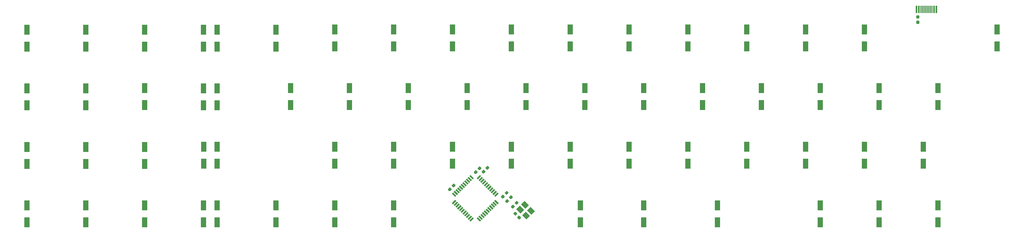
<source format=gbr>
G04 #@! TF.GenerationSoftware,KiCad,Pcbnew,5.0.2+dfsg1-1*
G04 #@! TF.CreationDate,2020-05-11T02:21:25-07:00*
G04 #@! TF.ProjectId,keyboard,6b657962-6f61-4726-942e-6b696361645f,rev?*
G04 #@! TF.SameCoordinates,Original*
G04 #@! TF.FileFunction,Paste,Bot*
G04 #@! TF.FilePolarity,Positive*
%FSLAX46Y46*%
G04 Gerber Fmt 4.6, Leading zero omitted, Abs format (unit mm)*
G04 Created by KiCad (PCBNEW 5.0.2+dfsg1-1) date Mon 11 May 2020 02:21:25 AM PDT*
%MOMM*%
%LPD*%
G01*
G04 APERTURE LIST*
%ADD10R,0.300000X2.450000*%
%ADD11R,0.600000X2.450000*%
%ADD12C,0.100000*%
%ADD13C,0.950000*%
%ADD14R,1.700000X3.300000*%
%ADD15C,0.550000*%
%ADD16C,1.650000*%
G04 APERTURE END LIST*
D10*
G04 #@! TO.C,USB1*
X286516000Y-70425000D03*
X287016000Y-70425000D03*
X287516000Y-70425000D03*
X286016000Y-70425000D03*
X288016000Y-70425000D03*
X285516000Y-70425000D03*
X288516000Y-70425000D03*
X285016000Y-70425000D03*
D11*
X284316000Y-70425000D03*
X289216000Y-70425000D03*
X283541000Y-70425000D03*
X289991000Y-70425000D03*
G04 #@! TD*
D12*
G04 #@! TO.C,C6*
G36*
X140917916Y-122693131D02*
X140940971Y-122696550D01*
X140963580Y-122702214D01*
X140985524Y-122710066D01*
X141006594Y-122720031D01*
X141026585Y-122732013D01*
X141045305Y-122745897D01*
X141062575Y-122761549D01*
X141398451Y-123097425D01*
X141414103Y-123114695D01*
X141427987Y-123133415D01*
X141439969Y-123153406D01*
X141449934Y-123174476D01*
X141457786Y-123196420D01*
X141463450Y-123219029D01*
X141466869Y-123242084D01*
X141468013Y-123265363D01*
X141466869Y-123288642D01*
X141463450Y-123311697D01*
X141457786Y-123334306D01*
X141449934Y-123356250D01*
X141439969Y-123377320D01*
X141427987Y-123397311D01*
X141414103Y-123416031D01*
X141398451Y-123433301D01*
X140991865Y-123839887D01*
X140974595Y-123855539D01*
X140955875Y-123869423D01*
X140935884Y-123881405D01*
X140914814Y-123891370D01*
X140892870Y-123899222D01*
X140870261Y-123904886D01*
X140847206Y-123908305D01*
X140823927Y-123909449D01*
X140800648Y-123908305D01*
X140777593Y-123904886D01*
X140754984Y-123899222D01*
X140733040Y-123891370D01*
X140711970Y-123881405D01*
X140691979Y-123869423D01*
X140673259Y-123855539D01*
X140655989Y-123839887D01*
X140320113Y-123504011D01*
X140304461Y-123486741D01*
X140290577Y-123468021D01*
X140278595Y-123448030D01*
X140268630Y-123426960D01*
X140260778Y-123405016D01*
X140255114Y-123382407D01*
X140251695Y-123359352D01*
X140250551Y-123336073D01*
X140251695Y-123312794D01*
X140255114Y-123289739D01*
X140260778Y-123267130D01*
X140268630Y-123245186D01*
X140278595Y-123224116D01*
X140290577Y-123204125D01*
X140304461Y-123185405D01*
X140320113Y-123168135D01*
X140726699Y-122761549D01*
X140743969Y-122745897D01*
X140762689Y-122732013D01*
X140782680Y-122720031D01*
X140803750Y-122710066D01*
X140825694Y-122702214D01*
X140848303Y-122696550D01*
X140871358Y-122693131D01*
X140894637Y-122691987D01*
X140917916Y-122693131D01*
X140917916Y-122693131D01*
G37*
D13*
X140859282Y-123300718D03*
D12*
G36*
X142155352Y-121455695D02*
X142178407Y-121459114D01*
X142201016Y-121464778D01*
X142222960Y-121472630D01*
X142244030Y-121482595D01*
X142264021Y-121494577D01*
X142282741Y-121508461D01*
X142300011Y-121524113D01*
X142635887Y-121859989D01*
X142651539Y-121877259D01*
X142665423Y-121895979D01*
X142677405Y-121915970D01*
X142687370Y-121937040D01*
X142695222Y-121958984D01*
X142700886Y-121981593D01*
X142704305Y-122004648D01*
X142705449Y-122027927D01*
X142704305Y-122051206D01*
X142700886Y-122074261D01*
X142695222Y-122096870D01*
X142687370Y-122118814D01*
X142677405Y-122139884D01*
X142665423Y-122159875D01*
X142651539Y-122178595D01*
X142635887Y-122195865D01*
X142229301Y-122602451D01*
X142212031Y-122618103D01*
X142193311Y-122631987D01*
X142173320Y-122643969D01*
X142152250Y-122653934D01*
X142130306Y-122661786D01*
X142107697Y-122667450D01*
X142084642Y-122670869D01*
X142061363Y-122672013D01*
X142038084Y-122670869D01*
X142015029Y-122667450D01*
X141992420Y-122661786D01*
X141970476Y-122653934D01*
X141949406Y-122643969D01*
X141929415Y-122631987D01*
X141910695Y-122618103D01*
X141893425Y-122602451D01*
X141557549Y-122266575D01*
X141541897Y-122249305D01*
X141528013Y-122230585D01*
X141516031Y-122210594D01*
X141506066Y-122189524D01*
X141498214Y-122167580D01*
X141492550Y-122144971D01*
X141489131Y-122121916D01*
X141487987Y-122098637D01*
X141489131Y-122075358D01*
X141492550Y-122052303D01*
X141498214Y-122029694D01*
X141506066Y-122007750D01*
X141516031Y-121986680D01*
X141528013Y-121966689D01*
X141541897Y-121947969D01*
X141557549Y-121930699D01*
X141964135Y-121524113D01*
X141981405Y-121508461D01*
X142000125Y-121494577D01*
X142020116Y-121482595D01*
X142041186Y-121472630D01*
X142063130Y-121464778D01*
X142085739Y-121459114D01*
X142108794Y-121455695D01*
X142132073Y-121454551D01*
X142155352Y-121455695D01*
X142155352Y-121455695D01*
G37*
D13*
X142096718Y-122063282D03*
G04 #@! TD*
D12*
G04 #@! TO.C,C3*
G36*
X143457916Y-122549849D02*
X143480971Y-122553268D01*
X143503580Y-122558932D01*
X143525524Y-122566784D01*
X143546594Y-122576749D01*
X143566585Y-122588731D01*
X143585305Y-122602615D01*
X143602575Y-122618267D01*
X143938451Y-122954143D01*
X143954103Y-122971413D01*
X143967987Y-122990133D01*
X143979969Y-123010124D01*
X143989934Y-123031194D01*
X143997786Y-123053138D01*
X144003450Y-123075747D01*
X144006869Y-123098802D01*
X144008013Y-123122081D01*
X144006869Y-123145360D01*
X144003450Y-123168415D01*
X143997786Y-123191024D01*
X143989934Y-123212968D01*
X143979969Y-123234038D01*
X143967987Y-123254029D01*
X143954103Y-123272749D01*
X143938451Y-123290019D01*
X143531865Y-123696605D01*
X143514595Y-123712257D01*
X143495875Y-123726141D01*
X143475884Y-123738123D01*
X143454814Y-123748088D01*
X143432870Y-123755940D01*
X143410261Y-123761604D01*
X143387206Y-123765023D01*
X143363927Y-123766167D01*
X143340648Y-123765023D01*
X143317593Y-123761604D01*
X143294984Y-123755940D01*
X143273040Y-123748088D01*
X143251970Y-123738123D01*
X143231979Y-123726141D01*
X143213259Y-123712257D01*
X143195989Y-123696605D01*
X142860113Y-123360729D01*
X142844461Y-123343459D01*
X142830577Y-123324739D01*
X142818595Y-123304748D01*
X142808630Y-123283678D01*
X142800778Y-123261734D01*
X142795114Y-123239125D01*
X142791695Y-123216070D01*
X142790551Y-123192791D01*
X142791695Y-123169512D01*
X142795114Y-123146457D01*
X142800778Y-123123848D01*
X142808630Y-123101904D01*
X142818595Y-123080834D01*
X142830577Y-123060843D01*
X142844461Y-123042123D01*
X142860113Y-123024853D01*
X143266699Y-122618267D01*
X143283969Y-122602615D01*
X143302689Y-122588731D01*
X143322680Y-122576749D01*
X143343750Y-122566784D01*
X143365694Y-122558932D01*
X143388303Y-122553268D01*
X143411358Y-122549849D01*
X143434637Y-122548705D01*
X143457916Y-122549849D01*
X143457916Y-122549849D01*
G37*
D13*
X143399282Y-123157436D03*
D12*
G36*
X144695352Y-121312413D02*
X144718407Y-121315832D01*
X144741016Y-121321496D01*
X144762960Y-121329348D01*
X144784030Y-121339313D01*
X144804021Y-121351295D01*
X144822741Y-121365179D01*
X144840011Y-121380831D01*
X145175887Y-121716707D01*
X145191539Y-121733977D01*
X145205423Y-121752697D01*
X145217405Y-121772688D01*
X145227370Y-121793758D01*
X145235222Y-121815702D01*
X145240886Y-121838311D01*
X145244305Y-121861366D01*
X145245449Y-121884645D01*
X145244305Y-121907924D01*
X145240886Y-121930979D01*
X145235222Y-121953588D01*
X145227370Y-121975532D01*
X145217405Y-121996602D01*
X145205423Y-122016593D01*
X145191539Y-122035313D01*
X145175887Y-122052583D01*
X144769301Y-122459169D01*
X144752031Y-122474821D01*
X144733311Y-122488705D01*
X144713320Y-122500687D01*
X144692250Y-122510652D01*
X144670306Y-122518504D01*
X144647697Y-122524168D01*
X144624642Y-122527587D01*
X144601363Y-122528731D01*
X144578084Y-122527587D01*
X144555029Y-122524168D01*
X144532420Y-122518504D01*
X144510476Y-122510652D01*
X144489406Y-122500687D01*
X144469415Y-122488705D01*
X144450695Y-122474821D01*
X144433425Y-122459169D01*
X144097549Y-122123293D01*
X144081897Y-122106023D01*
X144068013Y-122087303D01*
X144056031Y-122067312D01*
X144046066Y-122046242D01*
X144038214Y-122024298D01*
X144032550Y-122001689D01*
X144029131Y-121978634D01*
X144027987Y-121955355D01*
X144029131Y-121932076D01*
X144032550Y-121909021D01*
X144038214Y-121886412D01*
X144046066Y-121864468D01*
X144056031Y-121843398D01*
X144068013Y-121823407D01*
X144081897Y-121804687D01*
X144097549Y-121787417D01*
X144504135Y-121380831D01*
X144521405Y-121365179D01*
X144540125Y-121351295D01*
X144560116Y-121339313D01*
X144581186Y-121329348D01*
X144603130Y-121321496D01*
X144625739Y-121315832D01*
X144648794Y-121312413D01*
X144672073Y-121311269D01*
X144695352Y-121312413D01*
X144695352Y-121312413D01*
G37*
D13*
X144636718Y-121920000D03*
G04 #@! TD*
D12*
G04 #@! TO.C,C4*
G36*
X151077916Y-132091131D02*
X151100971Y-132094550D01*
X151123580Y-132100214D01*
X151145524Y-132108066D01*
X151166594Y-132118031D01*
X151186585Y-132130013D01*
X151205305Y-132143897D01*
X151222575Y-132159549D01*
X151558451Y-132495425D01*
X151574103Y-132512695D01*
X151587987Y-132531415D01*
X151599969Y-132551406D01*
X151609934Y-132572476D01*
X151617786Y-132594420D01*
X151623450Y-132617029D01*
X151626869Y-132640084D01*
X151628013Y-132663363D01*
X151626869Y-132686642D01*
X151623450Y-132709697D01*
X151617786Y-132732306D01*
X151609934Y-132754250D01*
X151599969Y-132775320D01*
X151587987Y-132795311D01*
X151574103Y-132814031D01*
X151558451Y-132831301D01*
X151151865Y-133237887D01*
X151134595Y-133253539D01*
X151115875Y-133267423D01*
X151095884Y-133279405D01*
X151074814Y-133289370D01*
X151052870Y-133297222D01*
X151030261Y-133302886D01*
X151007206Y-133306305D01*
X150983927Y-133307449D01*
X150960648Y-133306305D01*
X150937593Y-133302886D01*
X150914984Y-133297222D01*
X150893040Y-133289370D01*
X150871970Y-133279405D01*
X150851979Y-133267423D01*
X150833259Y-133253539D01*
X150815989Y-133237887D01*
X150480113Y-132902011D01*
X150464461Y-132884741D01*
X150450577Y-132866021D01*
X150438595Y-132846030D01*
X150428630Y-132824960D01*
X150420778Y-132803016D01*
X150415114Y-132780407D01*
X150411695Y-132757352D01*
X150410551Y-132734073D01*
X150411695Y-132710794D01*
X150415114Y-132687739D01*
X150420778Y-132665130D01*
X150428630Y-132643186D01*
X150438595Y-132622116D01*
X150450577Y-132602125D01*
X150464461Y-132583405D01*
X150480113Y-132566135D01*
X150886699Y-132159549D01*
X150903969Y-132143897D01*
X150922689Y-132130013D01*
X150942680Y-132118031D01*
X150963750Y-132108066D01*
X150985694Y-132100214D01*
X151008303Y-132094550D01*
X151031358Y-132091131D01*
X151054637Y-132089987D01*
X151077916Y-132091131D01*
X151077916Y-132091131D01*
G37*
D13*
X151019282Y-132698718D03*
D12*
G36*
X152315352Y-130853695D02*
X152338407Y-130857114D01*
X152361016Y-130862778D01*
X152382960Y-130870630D01*
X152404030Y-130880595D01*
X152424021Y-130892577D01*
X152442741Y-130906461D01*
X152460011Y-130922113D01*
X152795887Y-131257989D01*
X152811539Y-131275259D01*
X152825423Y-131293979D01*
X152837405Y-131313970D01*
X152847370Y-131335040D01*
X152855222Y-131356984D01*
X152860886Y-131379593D01*
X152864305Y-131402648D01*
X152865449Y-131425927D01*
X152864305Y-131449206D01*
X152860886Y-131472261D01*
X152855222Y-131494870D01*
X152847370Y-131516814D01*
X152837405Y-131537884D01*
X152825423Y-131557875D01*
X152811539Y-131576595D01*
X152795887Y-131593865D01*
X152389301Y-132000451D01*
X152372031Y-132016103D01*
X152353311Y-132029987D01*
X152333320Y-132041969D01*
X152312250Y-132051934D01*
X152290306Y-132059786D01*
X152267697Y-132065450D01*
X152244642Y-132068869D01*
X152221363Y-132070013D01*
X152198084Y-132068869D01*
X152175029Y-132065450D01*
X152152420Y-132059786D01*
X152130476Y-132051934D01*
X152109406Y-132041969D01*
X152089415Y-132029987D01*
X152070695Y-132016103D01*
X152053425Y-132000451D01*
X151717549Y-131664575D01*
X151701897Y-131647305D01*
X151688013Y-131628585D01*
X151676031Y-131608594D01*
X151666066Y-131587524D01*
X151658214Y-131565580D01*
X151652550Y-131542971D01*
X151649131Y-131519916D01*
X151647987Y-131496637D01*
X151649131Y-131473358D01*
X151652550Y-131450303D01*
X151658214Y-131427694D01*
X151666066Y-131405750D01*
X151676031Y-131384680D01*
X151688013Y-131364689D01*
X151701897Y-131345969D01*
X151717549Y-131328699D01*
X152124135Y-130922113D01*
X152141405Y-130906461D01*
X152160125Y-130892577D01*
X152180116Y-130880595D01*
X152201186Y-130870630D01*
X152223130Y-130862778D01*
X152245739Y-130857114D01*
X152268794Y-130853695D01*
X152292073Y-130852551D01*
X152315352Y-130853695D01*
X152315352Y-130853695D01*
G37*
D13*
X152256718Y-131461282D03*
G04 #@! TD*
D12*
G04 #@! TO.C,C7*
G36*
X284232779Y-74124144D02*
X284255834Y-74127563D01*
X284278443Y-74133227D01*
X284300387Y-74141079D01*
X284321457Y-74151044D01*
X284341448Y-74163026D01*
X284360168Y-74176910D01*
X284377438Y-74192562D01*
X284393090Y-74209832D01*
X284406974Y-74228552D01*
X284418956Y-74248543D01*
X284428921Y-74269613D01*
X284436773Y-74291557D01*
X284442437Y-74314166D01*
X284445856Y-74337221D01*
X284447000Y-74360500D01*
X284447000Y-74935500D01*
X284445856Y-74958779D01*
X284442437Y-74981834D01*
X284436773Y-75004443D01*
X284428921Y-75026387D01*
X284418956Y-75047457D01*
X284406974Y-75067448D01*
X284393090Y-75086168D01*
X284377438Y-75103438D01*
X284360168Y-75119090D01*
X284341448Y-75132974D01*
X284321457Y-75144956D01*
X284300387Y-75154921D01*
X284278443Y-75162773D01*
X284255834Y-75168437D01*
X284232779Y-75171856D01*
X284209500Y-75173000D01*
X283734500Y-75173000D01*
X283711221Y-75171856D01*
X283688166Y-75168437D01*
X283665557Y-75162773D01*
X283643613Y-75154921D01*
X283622543Y-75144956D01*
X283602552Y-75132974D01*
X283583832Y-75119090D01*
X283566562Y-75103438D01*
X283550910Y-75086168D01*
X283537026Y-75067448D01*
X283525044Y-75047457D01*
X283515079Y-75026387D01*
X283507227Y-75004443D01*
X283501563Y-74981834D01*
X283498144Y-74958779D01*
X283497000Y-74935500D01*
X283497000Y-74360500D01*
X283498144Y-74337221D01*
X283501563Y-74314166D01*
X283507227Y-74291557D01*
X283515079Y-74269613D01*
X283525044Y-74248543D01*
X283537026Y-74228552D01*
X283550910Y-74209832D01*
X283566562Y-74192562D01*
X283583832Y-74176910D01*
X283602552Y-74163026D01*
X283622543Y-74151044D01*
X283643613Y-74141079D01*
X283665557Y-74133227D01*
X283688166Y-74127563D01*
X283711221Y-74124144D01*
X283734500Y-74123000D01*
X284209500Y-74123000D01*
X284232779Y-74124144D01*
X284232779Y-74124144D01*
G37*
D13*
X283972000Y-74648000D03*
D12*
G36*
X284232779Y-72374144D02*
X284255834Y-72377563D01*
X284278443Y-72383227D01*
X284300387Y-72391079D01*
X284321457Y-72401044D01*
X284341448Y-72413026D01*
X284360168Y-72426910D01*
X284377438Y-72442562D01*
X284393090Y-72459832D01*
X284406974Y-72478552D01*
X284418956Y-72498543D01*
X284428921Y-72519613D01*
X284436773Y-72541557D01*
X284442437Y-72564166D01*
X284445856Y-72587221D01*
X284447000Y-72610500D01*
X284447000Y-73185500D01*
X284445856Y-73208779D01*
X284442437Y-73231834D01*
X284436773Y-73254443D01*
X284428921Y-73276387D01*
X284418956Y-73297457D01*
X284406974Y-73317448D01*
X284393090Y-73336168D01*
X284377438Y-73353438D01*
X284360168Y-73369090D01*
X284341448Y-73382974D01*
X284321457Y-73394956D01*
X284300387Y-73404921D01*
X284278443Y-73412773D01*
X284255834Y-73418437D01*
X284232779Y-73421856D01*
X284209500Y-73423000D01*
X283734500Y-73423000D01*
X283711221Y-73421856D01*
X283688166Y-73418437D01*
X283665557Y-73412773D01*
X283643613Y-73404921D01*
X283622543Y-73394956D01*
X283602552Y-73382974D01*
X283583832Y-73369090D01*
X283566562Y-73353438D01*
X283550910Y-73336168D01*
X283537026Y-73317448D01*
X283525044Y-73297457D01*
X283515079Y-73276387D01*
X283507227Y-73254443D01*
X283501563Y-73231834D01*
X283498144Y-73208779D01*
X283497000Y-73185500D01*
X283497000Y-72610500D01*
X283498144Y-72587221D01*
X283501563Y-72564166D01*
X283507227Y-72541557D01*
X283515079Y-72519613D01*
X283525044Y-72498543D01*
X283537026Y-72478552D01*
X283550910Y-72459832D01*
X283566562Y-72442562D01*
X283583832Y-72426910D01*
X283602552Y-72413026D01*
X283622543Y-72401044D01*
X283643613Y-72391079D01*
X283665557Y-72383227D01*
X283688166Y-72377563D01*
X283711221Y-72374144D01*
X283734500Y-72373000D01*
X284209500Y-72373000D01*
X284232779Y-72374144D01*
X284232779Y-72374144D01*
G37*
D13*
X283972000Y-72898000D03*
G04 #@! TD*
D12*
G04 #@! TO.C,C1*
G36*
X154896174Y-137441413D02*
X154919229Y-137444832D01*
X154941838Y-137450496D01*
X154963782Y-137458348D01*
X154984852Y-137468313D01*
X155004843Y-137480295D01*
X155023563Y-137494179D01*
X155040833Y-137509831D01*
X155447419Y-137916417D01*
X155463071Y-137933687D01*
X155476955Y-137952407D01*
X155488937Y-137972398D01*
X155498902Y-137993468D01*
X155506754Y-138015412D01*
X155512418Y-138038021D01*
X155515837Y-138061076D01*
X155516981Y-138084355D01*
X155515837Y-138107634D01*
X155512418Y-138130689D01*
X155506754Y-138153298D01*
X155498902Y-138175242D01*
X155488937Y-138196312D01*
X155476955Y-138216303D01*
X155463071Y-138235023D01*
X155447419Y-138252293D01*
X155111543Y-138588169D01*
X155094273Y-138603821D01*
X155075553Y-138617705D01*
X155055562Y-138629687D01*
X155034492Y-138639652D01*
X155012548Y-138647504D01*
X154989939Y-138653168D01*
X154966884Y-138656587D01*
X154943605Y-138657731D01*
X154920326Y-138656587D01*
X154897271Y-138653168D01*
X154874662Y-138647504D01*
X154852718Y-138639652D01*
X154831648Y-138629687D01*
X154811657Y-138617705D01*
X154792937Y-138603821D01*
X154775667Y-138588169D01*
X154369081Y-138181583D01*
X154353429Y-138164313D01*
X154339545Y-138145593D01*
X154327563Y-138125602D01*
X154317598Y-138104532D01*
X154309746Y-138082588D01*
X154304082Y-138059979D01*
X154300663Y-138036924D01*
X154299519Y-138013645D01*
X154300663Y-137990366D01*
X154304082Y-137967311D01*
X154309746Y-137944702D01*
X154317598Y-137922758D01*
X154327563Y-137901688D01*
X154339545Y-137881697D01*
X154353429Y-137862977D01*
X154369081Y-137845707D01*
X154704957Y-137509831D01*
X154722227Y-137494179D01*
X154740947Y-137480295D01*
X154760938Y-137468313D01*
X154782008Y-137458348D01*
X154803952Y-137450496D01*
X154826561Y-137444832D01*
X154849616Y-137441413D01*
X154872895Y-137440269D01*
X154896174Y-137441413D01*
X154896174Y-137441413D01*
G37*
D13*
X154908250Y-138049000D03*
D12*
G36*
X153658738Y-136203977D02*
X153681793Y-136207396D01*
X153704402Y-136213060D01*
X153726346Y-136220912D01*
X153747416Y-136230877D01*
X153767407Y-136242859D01*
X153786127Y-136256743D01*
X153803397Y-136272395D01*
X154209983Y-136678981D01*
X154225635Y-136696251D01*
X154239519Y-136714971D01*
X154251501Y-136734962D01*
X154261466Y-136756032D01*
X154269318Y-136777976D01*
X154274982Y-136800585D01*
X154278401Y-136823640D01*
X154279545Y-136846919D01*
X154278401Y-136870198D01*
X154274982Y-136893253D01*
X154269318Y-136915862D01*
X154261466Y-136937806D01*
X154251501Y-136958876D01*
X154239519Y-136978867D01*
X154225635Y-136997587D01*
X154209983Y-137014857D01*
X153874107Y-137350733D01*
X153856837Y-137366385D01*
X153838117Y-137380269D01*
X153818126Y-137392251D01*
X153797056Y-137402216D01*
X153775112Y-137410068D01*
X153752503Y-137415732D01*
X153729448Y-137419151D01*
X153706169Y-137420295D01*
X153682890Y-137419151D01*
X153659835Y-137415732D01*
X153637226Y-137410068D01*
X153615282Y-137402216D01*
X153594212Y-137392251D01*
X153574221Y-137380269D01*
X153555501Y-137366385D01*
X153538231Y-137350733D01*
X153131645Y-136944147D01*
X153115993Y-136926877D01*
X153102109Y-136908157D01*
X153090127Y-136888166D01*
X153080162Y-136867096D01*
X153072310Y-136845152D01*
X153066646Y-136822543D01*
X153063227Y-136799488D01*
X153062083Y-136776209D01*
X153063227Y-136752930D01*
X153066646Y-136729875D01*
X153072310Y-136707266D01*
X153080162Y-136685322D01*
X153090127Y-136664252D01*
X153102109Y-136644261D01*
X153115993Y-136625541D01*
X153131645Y-136608271D01*
X153467521Y-136272395D01*
X153484791Y-136256743D01*
X153503511Y-136242859D01*
X153523502Y-136230877D01*
X153544572Y-136220912D01*
X153566516Y-136213060D01*
X153589125Y-136207396D01*
X153612180Y-136203977D01*
X153635459Y-136202833D01*
X153658738Y-136203977D01*
X153658738Y-136203977D01*
G37*
D13*
X153670814Y-136811564D03*
G04 #@! TD*
D12*
G04 #@! TO.C,C5*
G36*
X133773352Y-127043695D02*
X133796407Y-127047114D01*
X133819016Y-127052778D01*
X133840960Y-127060630D01*
X133862030Y-127070595D01*
X133882021Y-127082577D01*
X133900741Y-127096461D01*
X133918011Y-127112113D01*
X134253887Y-127447989D01*
X134269539Y-127465259D01*
X134283423Y-127483979D01*
X134295405Y-127503970D01*
X134305370Y-127525040D01*
X134313222Y-127546984D01*
X134318886Y-127569593D01*
X134322305Y-127592648D01*
X134323449Y-127615927D01*
X134322305Y-127639206D01*
X134318886Y-127662261D01*
X134313222Y-127684870D01*
X134305370Y-127706814D01*
X134295405Y-127727884D01*
X134283423Y-127747875D01*
X134269539Y-127766595D01*
X134253887Y-127783865D01*
X133847301Y-128190451D01*
X133830031Y-128206103D01*
X133811311Y-128219987D01*
X133791320Y-128231969D01*
X133770250Y-128241934D01*
X133748306Y-128249786D01*
X133725697Y-128255450D01*
X133702642Y-128258869D01*
X133679363Y-128260013D01*
X133656084Y-128258869D01*
X133633029Y-128255450D01*
X133610420Y-128249786D01*
X133588476Y-128241934D01*
X133567406Y-128231969D01*
X133547415Y-128219987D01*
X133528695Y-128206103D01*
X133511425Y-128190451D01*
X133175549Y-127854575D01*
X133159897Y-127837305D01*
X133146013Y-127818585D01*
X133134031Y-127798594D01*
X133124066Y-127777524D01*
X133116214Y-127755580D01*
X133110550Y-127732971D01*
X133107131Y-127709916D01*
X133105987Y-127686637D01*
X133107131Y-127663358D01*
X133110550Y-127640303D01*
X133116214Y-127617694D01*
X133124066Y-127595750D01*
X133134031Y-127574680D01*
X133146013Y-127554689D01*
X133159897Y-127535969D01*
X133175549Y-127518699D01*
X133582135Y-127112113D01*
X133599405Y-127096461D01*
X133618125Y-127082577D01*
X133638116Y-127070595D01*
X133659186Y-127060630D01*
X133681130Y-127052778D01*
X133703739Y-127047114D01*
X133726794Y-127043695D01*
X133750073Y-127042551D01*
X133773352Y-127043695D01*
X133773352Y-127043695D01*
G37*
D13*
X133714718Y-127651282D03*
D12*
G36*
X132535916Y-128281131D02*
X132558971Y-128284550D01*
X132581580Y-128290214D01*
X132603524Y-128298066D01*
X132624594Y-128308031D01*
X132644585Y-128320013D01*
X132663305Y-128333897D01*
X132680575Y-128349549D01*
X133016451Y-128685425D01*
X133032103Y-128702695D01*
X133045987Y-128721415D01*
X133057969Y-128741406D01*
X133067934Y-128762476D01*
X133075786Y-128784420D01*
X133081450Y-128807029D01*
X133084869Y-128830084D01*
X133086013Y-128853363D01*
X133084869Y-128876642D01*
X133081450Y-128899697D01*
X133075786Y-128922306D01*
X133067934Y-128944250D01*
X133057969Y-128965320D01*
X133045987Y-128985311D01*
X133032103Y-129004031D01*
X133016451Y-129021301D01*
X132609865Y-129427887D01*
X132592595Y-129443539D01*
X132573875Y-129457423D01*
X132553884Y-129469405D01*
X132532814Y-129479370D01*
X132510870Y-129487222D01*
X132488261Y-129492886D01*
X132465206Y-129496305D01*
X132441927Y-129497449D01*
X132418648Y-129496305D01*
X132395593Y-129492886D01*
X132372984Y-129487222D01*
X132351040Y-129479370D01*
X132329970Y-129469405D01*
X132309979Y-129457423D01*
X132291259Y-129443539D01*
X132273989Y-129427887D01*
X131938113Y-129092011D01*
X131922461Y-129074741D01*
X131908577Y-129056021D01*
X131896595Y-129036030D01*
X131886630Y-129014960D01*
X131878778Y-128993016D01*
X131873114Y-128970407D01*
X131869695Y-128947352D01*
X131868551Y-128924073D01*
X131869695Y-128900794D01*
X131873114Y-128877739D01*
X131878778Y-128855130D01*
X131886630Y-128833186D01*
X131896595Y-128812116D01*
X131908577Y-128792125D01*
X131922461Y-128773405D01*
X131938113Y-128756135D01*
X132344699Y-128349549D01*
X132361969Y-128333897D01*
X132380689Y-128320013D01*
X132400680Y-128308031D01*
X132421750Y-128298066D01*
X132443694Y-128290214D01*
X132466303Y-128284550D01*
X132489358Y-128281131D01*
X132512637Y-128279987D01*
X132535916Y-128281131D01*
X132535916Y-128281131D01*
G37*
D13*
X132477282Y-128888718D03*
G04 #@! TD*
D12*
G04 #@! TO.C,C2*
G36*
X154173134Y-132678913D02*
X154196189Y-132682332D01*
X154218798Y-132687996D01*
X154240742Y-132695848D01*
X154261812Y-132705813D01*
X154281803Y-132717795D01*
X154300523Y-132731679D01*
X154317793Y-132747331D01*
X154653669Y-133083207D01*
X154669321Y-133100477D01*
X154683205Y-133119197D01*
X154695187Y-133139188D01*
X154705152Y-133160258D01*
X154713004Y-133182202D01*
X154718668Y-133204811D01*
X154722087Y-133227866D01*
X154723231Y-133251145D01*
X154722087Y-133274424D01*
X154718668Y-133297479D01*
X154713004Y-133320088D01*
X154705152Y-133342032D01*
X154695187Y-133363102D01*
X154683205Y-133383093D01*
X154669321Y-133401813D01*
X154653669Y-133419083D01*
X154247083Y-133825669D01*
X154229813Y-133841321D01*
X154211093Y-133855205D01*
X154191102Y-133867187D01*
X154170032Y-133877152D01*
X154148088Y-133885004D01*
X154125479Y-133890668D01*
X154102424Y-133894087D01*
X154079145Y-133895231D01*
X154055866Y-133894087D01*
X154032811Y-133890668D01*
X154010202Y-133885004D01*
X153988258Y-133877152D01*
X153967188Y-133867187D01*
X153947197Y-133855205D01*
X153928477Y-133841321D01*
X153911207Y-133825669D01*
X153575331Y-133489793D01*
X153559679Y-133472523D01*
X153545795Y-133453803D01*
X153533813Y-133433812D01*
X153523848Y-133412742D01*
X153515996Y-133390798D01*
X153510332Y-133368189D01*
X153506913Y-133345134D01*
X153505769Y-133321855D01*
X153506913Y-133298576D01*
X153510332Y-133275521D01*
X153515996Y-133252912D01*
X153523848Y-133230968D01*
X153533813Y-133209898D01*
X153545795Y-133189907D01*
X153559679Y-133171187D01*
X153575331Y-133153917D01*
X153981917Y-132747331D01*
X153999187Y-132731679D01*
X154017907Y-132717795D01*
X154037898Y-132705813D01*
X154058968Y-132695848D01*
X154080912Y-132687996D01*
X154103521Y-132682332D01*
X154126576Y-132678913D01*
X154149855Y-132677769D01*
X154173134Y-132678913D01*
X154173134Y-132678913D01*
G37*
D13*
X154114500Y-133286500D03*
D12*
G36*
X152935698Y-133916349D02*
X152958753Y-133919768D01*
X152981362Y-133925432D01*
X153003306Y-133933284D01*
X153024376Y-133943249D01*
X153044367Y-133955231D01*
X153063087Y-133969115D01*
X153080357Y-133984767D01*
X153416233Y-134320643D01*
X153431885Y-134337913D01*
X153445769Y-134356633D01*
X153457751Y-134376624D01*
X153467716Y-134397694D01*
X153475568Y-134419638D01*
X153481232Y-134442247D01*
X153484651Y-134465302D01*
X153485795Y-134488581D01*
X153484651Y-134511860D01*
X153481232Y-134534915D01*
X153475568Y-134557524D01*
X153467716Y-134579468D01*
X153457751Y-134600538D01*
X153445769Y-134620529D01*
X153431885Y-134639249D01*
X153416233Y-134656519D01*
X153009647Y-135063105D01*
X152992377Y-135078757D01*
X152973657Y-135092641D01*
X152953666Y-135104623D01*
X152932596Y-135114588D01*
X152910652Y-135122440D01*
X152888043Y-135128104D01*
X152864988Y-135131523D01*
X152841709Y-135132667D01*
X152818430Y-135131523D01*
X152795375Y-135128104D01*
X152772766Y-135122440D01*
X152750822Y-135114588D01*
X152729752Y-135104623D01*
X152709761Y-135092641D01*
X152691041Y-135078757D01*
X152673771Y-135063105D01*
X152337895Y-134727229D01*
X152322243Y-134709959D01*
X152308359Y-134691239D01*
X152296377Y-134671248D01*
X152286412Y-134650178D01*
X152278560Y-134628234D01*
X152272896Y-134605625D01*
X152269477Y-134582570D01*
X152268333Y-134559291D01*
X152269477Y-134536012D01*
X152272896Y-134512957D01*
X152278560Y-134490348D01*
X152286412Y-134468404D01*
X152296377Y-134447334D01*
X152308359Y-134427343D01*
X152322243Y-134408623D01*
X152337895Y-134391353D01*
X152744481Y-133984767D01*
X152761751Y-133969115D01*
X152780471Y-133955231D01*
X152800462Y-133943249D01*
X152821532Y-133933284D01*
X152843476Y-133925432D01*
X152866085Y-133919768D01*
X152889140Y-133916349D01*
X152912419Y-133915205D01*
X152935698Y-133916349D01*
X152935698Y-133916349D01*
G37*
D13*
X152877064Y-134523936D03*
G04 #@! TD*
D12*
G04 #@! TO.C,R1*
G36*
X149697198Y-130677849D02*
X149720253Y-130681268D01*
X149742862Y-130686932D01*
X149764806Y-130694784D01*
X149785876Y-130704749D01*
X149805867Y-130716731D01*
X149824587Y-130730615D01*
X149841857Y-130746267D01*
X150177733Y-131082143D01*
X150193385Y-131099413D01*
X150207269Y-131118133D01*
X150219251Y-131138124D01*
X150229216Y-131159194D01*
X150237068Y-131181138D01*
X150242732Y-131203747D01*
X150246151Y-131226802D01*
X150247295Y-131250081D01*
X150246151Y-131273360D01*
X150242732Y-131296415D01*
X150237068Y-131319024D01*
X150229216Y-131340968D01*
X150219251Y-131362038D01*
X150207269Y-131382029D01*
X150193385Y-131400749D01*
X150177733Y-131418019D01*
X149771147Y-131824605D01*
X149753877Y-131840257D01*
X149735157Y-131854141D01*
X149715166Y-131866123D01*
X149694096Y-131876088D01*
X149672152Y-131883940D01*
X149649543Y-131889604D01*
X149626488Y-131893023D01*
X149603209Y-131894167D01*
X149579930Y-131893023D01*
X149556875Y-131889604D01*
X149534266Y-131883940D01*
X149512322Y-131876088D01*
X149491252Y-131866123D01*
X149471261Y-131854141D01*
X149452541Y-131840257D01*
X149435271Y-131824605D01*
X149099395Y-131488729D01*
X149083743Y-131471459D01*
X149069859Y-131452739D01*
X149057877Y-131432748D01*
X149047912Y-131411678D01*
X149040060Y-131389734D01*
X149034396Y-131367125D01*
X149030977Y-131344070D01*
X149029833Y-131320791D01*
X149030977Y-131297512D01*
X149034396Y-131274457D01*
X149040060Y-131251848D01*
X149047912Y-131229904D01*
X149057877Y-131208834D01*
X149069859Y-131188843D01*
X149083743Y-131170123D01*
X149099395Y-131152853D01*
X149505981Y-130746267D01*
X149523251Y-130730615D01*
X149541971Y-130716731D01*
X149561962Y-130704749D01*
X149583032Y-130694784D01*
X149604976Y-130686932D01*
X149627585Y-130681268D01*
X149650640Y-130677849D01*
X149673919Y-130676705D01*
X149697198Y-130677849D01*
X149697198Y-130677849D01*
G37*
D13*
X149638564Y-131285436D03*
D12*
G36*
X150934634Y-129440413D02*
X150957689Y-129443832D01*
X150980298Y-129449496D01*
X151002242Y-129457348D01*
X151023312Y-129467313D01*
X151043303Y-129479295D01*
X151062023Y-129493179D01*
X151079293Y-129508831D01*
X151415169Y-129844707D01*
X151430821Y-129861977D01*
X151444705Y-129880697D01*
X151456687Y-129900688D01*
X151466652Y-129921758D01*
X151474504Y-129943702D01*
X151480168Y-129966311D01*
X151483587Y-129989366D01*
X151484731Y-130012645D01*
X151483587Y-130035924D01*
X151480168Y-130058979D01*
X151474504Y-130081588D01*
X151466652Y-130103532D01*
X151456687Y-130124602D01*
X151444705Y-130144593D01*
X151430821Y-130163313D01*
X151415169Y-130180583D01*
X151008583Y-130587169D01*
X150991313Y-130602821D01*
X150972593Y-130616705D01*
X150952602Y-130628687D01*
X150931532Y-130638652D01*
X150909588Y-130646504D01*
X150886979Y-130652168D01*
X150863924Y-130655587D01*
X150840645Y-130656731D01*
X150817366Y-130655587D01*
X150794311Y-130652168D01*
X150771702Y-130646504D01*
X150749758Y-130638652D01*
X150728688Y-130628687D01*
X150708697Y-130616705D01*
X150689977Y-130602821D01*
X150672707Y-130587169D01*
X150336831Y-130251293D01*
X150321179Y-130234023D01*
X150307295Y-130215303D01*
X150295313Y-130195312D01*
X150285348Y-130174242D01*
X150277496Y-130152298D01*
X150271832Y-130129689D01*
X150268413Y-130106634D01*
X150267269Y-130083355D01*
X150268413Y-130060076D01*
X150271832Y-130037021D01*
X150277496Y-130014412D01*
X150285348Y-129992468D01*
X150295313Y-129971398D01*
X150307295Y-129951407D01*
X150321179Y-129932687D01*
X150336831Y-129915417D01*
X150743417Y-129508831D01*
X150760687Y-129493179D01*
X150779407Y-129479295D01*
X150799398Y-129467313D01*
X150820468Y-129457348D01*
X150842412Y-129449496D01*
X150865021Y-129443832D01*
X150888076Y-129440413D01*
X150911355Y-129439269D01*
X150934634Y-129440413D01*
X150934634Y-129440413D01*
G37*
D13*
X150876000Y-130048000D03*
G04 #@! TD*
D14*
G04 #@! TO.C,D55*
X247650000Y-115093750D03*
X247650000Y-120593750D03*
G04 #@! TD*
G04 #@! TO.C,D63*
X285750000Y-120593750D03*
X285750000Y-115093750D03*
G04 #@! TD*
G04 #@! TO.C,D62*
X290512500Y-96043750D03*
X290512500Y-101543750D03*
G04 #@! TD*
G04 #@! TO.C,D61*
X309626000Y-82462000D03*
X309626000Y-76962000D03*
G04 #@! TD*
G04 #@! TO.C,D60*
X271462500Y-134143750D03*
X271462500Y-139643750D03*
G04 #@! TD*
G04 #@! TO.C,D59*
X266700000Y-120593750D03*
X266700000Y-115093750D03*
G04 #@! TD*
G04 #@! TO.C,D58*
X271462500Y-96043750D03*
X271462500Y-101543750D03*
G04 #@! TD*
G04 #@! TO.C,D64*
X290512500Y-139643750D03*
X290512500Y-134143750D03*
G04 #@! TD*
G04 #@! TO.C,D56*
X252412500Y-134143750D03*
X252412500Y-139643750D03*
G04 #@! TD*
G04 #@! TO.C,D47*
X209550000Y-120593750D03*
X209550000Y-115093750D03*
G04 #@! TD*
G04 #@! TO.C,D54*
X252412500Y-96043750D03*
X252412500Y-101543750D03*
G04 #@! TD*
G04 #@! TO.C,D53*
X247650000Y-82493750D03*
X247650000Y-76993750D03*
G04 #@! TD*
G04 #@! TO.C,D52*
X219075000Y-134143750D03*
X219075000Y-139643750D03*
G04 #@! TD*
G04 #@! TO.C,D51*
X228600000Y-120593750D03*
X228600000Y-115093750D03*
G04 #@! TD*
G04 #@! TO.C,D50*
X233362500Y-96043750D03*
X233362500Y-101543750D03*
G04 #@! TD*
G04 #@! TO.C,D57*
X266700000Y-82493750D03*
X266700000Y-76993750D03*
G04 #@! TD*
G04 #@! TO.C,D33*
X138112500Y-96043750D03*
X138112500Y-101543750D03*
G04 #@! TD*
G04 #@! TO.C,D34*
X133350000Y-120593750D03*
X133350000Y-115093750D03*
G04 #@! TD*
G04 #@! TO.C,D35*
X152400000Y-76993750D03*
X152400000Y-82493750D03*
G04 #@! TD*
G04 #@! TO.C,D36*
X157162500Y-101543750D03*
X157162500Y-96043750D03*
G04 #@! TD*
G04 #@! TO.C,D37*
X152400000Y-115093750D03*
X152400000Y-120593750D03*
G04 #@! TD*
G04 #@! TO.C,D38*
X174752000Y-139643750D03*
X174752000Y-134143750D03*
G04 #@! TD*
G04 #@! TO.C,D39*
X171450000Y-76993750D03*
X171450000Y-82493750D03*
G04 #@! TD*
G04 #@! TO.C,D40*
X176212500Y-101543750D03*
X176212500Y-96043750D03*
G04 #@! TD*
G04 #@! TO.C,D41*
X171450000Y-115093750D03*
X171450000Y-120593750D03*
G04 #@! TD*
G04 #@! TO.C,D42*
X190500000Y-82493750D03*
X190500000Y-76993750D03*
G04 #@! TD*
G04 #@! TO.C,D43*
X195262500Y-96043750D03*
X195262500Y-101543750D03*
G04 #@! TD*
G04 #@! TO.C,D44*
X190500000Y-120593750D03*
X190500000Y-115093750D03*
G04 #@! TD*
G04 #@! TO.C,D45*
X209550000Y-76993750D03*
X209550000Y-82493750D03*
G04 #@! TD*
G04 #@! TO.C,D31*
X114300000Y-139643750D03*
X114300000Y-134143750D03*
G04 #@! TD*
G04 #@! TO.C,D46*
X214312500Y-96043750D03*
X214312500Y-101543750D03*
G04 #@! TD*
G04 #@! TO.C,D32*
X133350000Y-82493750D03*
X133350000Y-76993750D03*
G04 #@! TD*
G04 #@! TO.C,D15*
X52832000Y-115062000D03*
X52832000Y-120562000D03*
G04 #@! TD*
G04 #@! TO.C,D17*
X57150000Y-82550000D03*
X57150000Y-77050000D03*
G04 #@! TD*
G04 #@! TO.C,D18*
X57150000Y-96100000D03*
X57150000Y-101600000D03*
G04 #@! TD*
G04 #@! TO.C,D19*
X57150000Y-120562000D03*
X57150000Y-115062000D03*
G04 #@! TD*
G04 #@! TO.C,D20*
X57150000Y-134143750D03*
X57150000Y-139643750D03*
G04 #@! TD*
G04 #@! TO.C,D21*
X76200000Y-82550000D03*
X76200000Y-77050000D03*
G04 #@! TD*
G04 #@! TO.C,D22*
X80962500Y-96043750D03*
X80962500Y-101543750D03*
G04 #@! TD*
G04 #@! TO.C,D23*
X76200000Y-139643750D03*
X76200000Y-134143750D03*
G04 #@! TD*
G04 #@! TO.C,D24*
X95250000Y-76993750D03*
X95250000Y-82493750D03*
G04 #@! TD*
G04 #@! TO.C,D25*
X100012500Y-101543750D03*
X100012500Y-96043750D03*
G04 #@! TD*
G04 #@! TO.C,D26*
X95250000Y-115093750D03*
X95250000Y-120593750D03*
G04 #@! TD*
G04 #@! TO.C,D27*
X95250000Y-139643750D03*
X95250000Y-134143750D03*
G04 #@! TD*
G04 #@! TO.C,D28*
X114300000Y-76993750D03*
X114300000Y-82493750D03*
G04 #@! TD*
G04 #@! TO.C,D16*
X52768500Y-139643750D03*
X52768500Y-134143750D03*
G04 #@! TD*
G04 #@! TO.C,D14*
X52768500Y-96100000D03*
X52768500Y-101600000D03*
G04 #@! TD*
G04 #@! TO.C,D13*
X52768500Y-82550000D03*
X52768500Y-77050000D03*
G04 #@! TD*
G04 #@! TO.C,D48*
X195262500Y-134143750D03*
X195262500Y-139643750D03*
G04 #@! TD*
G04 #@! TO.C,D29*
X119062500Y-101543750D03*
X119062500Y-96043750D03*
G04 #@! TD*
G04 #@! TO.C,D30*
X114300000Y-115093750D03*
X114300000Y-120593750D03*
G04 #@! TD*
G04 #@! TO.C,D1*
X-4381500Y-82550000D03*
X-4381500Y-77050000D03*
G04 #@! TD*
G04 #@! TO.C,D2*
X-4381500Y-96100000D03*
X-4381500Y-101600000D03*
G04 #@! TD*
G04 #@! TO.C,D3*
X-4381500Y-120650000D03*
X-4381500Y-115150000D03*
G04 #@! TD*
G04 #@! TO.C,D4*
X-4381500Y-134143750D03*
X-4381500Y-139643750D03*
G04 #@! TD*
G04 #@! TO.C,D5*
X14668500Y-82550000D03*
X14668500Y-77050000D03*
G04 #@! TD*
G04 #@! TO.C,D6*
X14668500Y-96100000D03*
X14668500Y-101600000D03*
G04 #@! TD*
G04 #@! TO.C,D7*
X14668500Y-120650000D03*
X14668500Y-115150000D03*
G04 #@! TD*
G04 #@! TO.C,D8*
X14668500Y-134143750D03*
X14668500Y-139643750D03*
G04 #@! TD*
G04 #@! TO.C,D9*
X33718500Y-82550000D03*
X33718500Y-77050000D03*
G04 #@! TD*
G04 #@! TO.C,D10*
X33718500Y-96043750D03*
X33718500Y-101543750D03*
G04 #@! TD*
G04 #@! TO.C,D11*
X33718500Y-120650000D03*
X33718500Y-115150000D03*
G04 #@! TD*
G04 #@! TO.C,D49*
X228600000Y-76993750D03*
X228600000Y-82493750D03*
G04 #@! TD*
G04 #@! TO.C,D12*
X33718500Y-139643750D03*
X33718500Y-134143750D03*
G04 #@! TD*
D15*
G04 #@! TO.C,U1*
X141918082Y-124967064D03*
D12*
G36*
X142253958Y-124242280D02*
X142642866Y-124631188D01*
X141582206Y-125691848D01*
X141193298Y-125302940D01*
X142253958Y-124242280D01*
X142253958Y-124242280D01*
G37*
D15*
X142483767Y-125532750D03*
D12*
G36*
X142819643Y-124807966D02*
X143208551Y-125196874D01*
X142147891Y-126257534D01*
X141758983Y-125868626D01*
X142819643Y-124807966D01*
X142819643Y-124807966D01*
G37*
D15*
X143049452Y-126098435D03*
D12*
G36*
X143385328Y-125373651D02*
X143774236Y-125762559D01*
X142713576Y-126823219D01*
X142324668Y-126434311D01*
X143385328Y-125373651D01*
X143385328Y-125373651D01*
G37*
D15*
X143615138Y-126664120D03*
D12*
G36*
X143951014Y-125939336D02*
X144339922Y-126328244D01*
X143279262Y-127388904D01*
X142890354Y-126999996D01*
X143951014Y-125939336D01*
X143951014Y-125939336D01*
G37*
D15*
X144180823Y-127229806D03*
D12*
G36*
X144516699Y-126505022D02*
X144905607Y-126893930D01*
X143844947Y-127954590D01*
X143456039Y-127565682D01*
X144516699Y-126505022D01*
X144516699Y-126505022D01*
G37*
D15*
X144746509Y-127795491D03*
D12*
G36*
X145082385Y-127070707D02*
X145471293Y-127459615D01*
X144410633Y-128520275D01*
X144021725Y-128131367D01*
X145082385Y-127070707D01*
X145082385Y-127070707D01*
G37*
D15*
X145312194Y-128361177D03*
D12*
G36*
X145648070Y-127636393D02*
X146036978Y-128025301D01*
X144976318Y-129085961D01*
X144587410Y-128697053D01*
X145648070Y-127636393D01*
X145648070Y-127636393D01*
G37*
D15*
X145877880Y-128926862D03*
D12*
G36*
X146213756Y-128202078D02*
X146602664Y-128590986D01*
X145542004Y-129651646D01*
X145153096Y-129262738D01*
X146213756Y-128202078D01*
X146213756Y-128202078D01*
G37*
D15*
X146443565Y-129492548D03*
D12*
G36*
X146779441Y-128767764D02*
X147168349Y-129156672D01*
X146107689Y-130217332D01*
X145718781Y-129828424D01*
X146779441Y-128767764D01*
X146779441Y-128767764D01*
G37*
D15*
X147009250Y-130058233D03*
D12*
G36*
X147345126Y-129333449D02*
X147734034Y-129722357D01*
X146673374Y-130783017D01*
X146284466Y-130394109D01*
X147345126Y-129333449D01*
X147345126Y-129333449D01*
G37*
D15*
X147574936Y-130623918D03*
D12*
G36*
X147910812Y-129899134D02*
X148299720Y-130288042D01*
X147239060Y-131348702D01*
X146850152Y-130959794D01*
X147910812Y-129899134D01*
X147910812Y-129899134D01*
G37*
D15*
X147574936Y-133028082D03*
D12*
G36*
X148299720Y-133363958D02*
X147910812Y-133752866D01*
X146850152Y-132692206D01*
X147239060Y-132303298D01*
X148299720Y-133363958D01*
X148299720Y-133363958D01*
G37*
D15*
X147009250Y-133593767D03*
D12*
G36*
X147734034Y-133929643D02*
X147345126Y-134318551D01*
X146284466Y-133257891D01*
X146673374Y-132868983D01*
X147734034Y-133929643D01*
X147734034Y-133929643D01*
G37*
D15*
X146443565Y-134159452D03*
D12*
G36*
X147168349Y-134495328D02*
X146779441Y-134884236D01*
X145718781Y-133823576D01*
X146107689Y-133434668D01*
X147168349Y-134495328D01*
X147168349Y-134495328D01*
G37*
D15*
X145877880Y-134725138D03*
D12*
G36*
X146602664Y-135061014D02*
X146213756Y-135449922D01*
X145153096Y-134389262D01*
X145542004Y-134000354D01*
X146602664Y-135061014D01*
X146602664Y-135061014D01*
G37*
D15*
X145312194Y-135290823D03*
D12*
G36*
X146036978Y-135626699D02*
X145648070Y-136015607D01*
X144587410Y-134954947D01*
X144976318Y-134566039D01*
X146036978Y-135626699D01*
X146036978Y-135626699D01*
G37*
D15*
X144746509Y-135856509D03*
D12*
G36*
X145471293Y-136192385D02*
X145082385Y-136581293D01*
X144021725Y-135520633D01*
X144410633Y-135131725D01*
X145471293Y-136192385D01*
X145471293Y-136192385D01*
G37*
D15*
X144180823Y-136422194D03*
D12*
G36*
X144905607Y-136758070D02*
X144516699Y-137146978D01*
X143456039Y-136086318D01*
X143844947Y-135697410D01*
X144905607Y-136758070D01*
X144905607Y-136758070D01*
G37*
D15*
X143615138Y-136987880D03*
D12*
G36*
X144339922Y-137323756D02*
X143951014Y-137712664D01*
X142890354Y-136652004D01*
X143279262Y-136263096D01*
X144339922Y-137323756D01*
X144339922Y-137323756D01*
G37*
D15*
X143049452Y-137553565D03*
D12*
G36*
X143774236Y-137889441D02*
X143385328Y-138278349D01*
X142324668Y-137217689D01*
X142713576Y-136828781D01*
X143774236Y-137889441D01*
X143774236Y-137889441D01*
G37*
D15*
X142483767Y-138119250D03*
D12*
G36*
X143208551Y-138455126D02*
X142819643Y-138844034D01*
X141758983Y-137783374D01*
X142147891Y-137394466D01*
X143208551Y-138455126D01*
X143208551Y-138455126D01*
G37*
D15*
X141918082Y-138684936D03*
D12*
G36*
X142642866Y-139020812D02*
X142253958Y-139409720D01*
X141193298Y-138349060D01*
X141582206Y-137960152D01*
X142642866Y-139020812D01*
X142642866Y-139020812D01*
G37*
D15*
X139513918Y-138684936D03*
D12*
G36*
X139849794Y-137960152D02*
X140238702Y-138349060D01*
X139178042Y-139409720D01*
X138789134Y-139020812D01*
X139849794Y-137960152D01*
X139849794Y-137960152D01*
G37*
D15*
X138948233Y-138119250D03*
D12*
G36*
X139284109Y-137394466D02*
X139673017Y-137783374D01*
X138612357Y-138844034D01*
X138223449Y-138455126D01*
X139284109Y-137394466D01*
X139284109Y-137394466D01*
G37*
D15*
X138382548Y-137553565D03*
D12*
G36*
X138718424Y-136828781D02*
X139107332Y-137217689D01*
X138046672Y-138278349D01*
X137657764Y-137889441D01*
X138718424Y-136828781D01*
X138718424Y-136828781D01*
G37*
D15*
X137816862Y-136987880D03*
D12*
G36*
X138152738Y-136263096D02*
X138541646Y-136652004D01*
X137480986Y-137712664D01*
X137092078Y-137323756D01*
X138152738Y-136263096D01*
X138152738Y-136263096D01*
G37*
D15*
X137251177Y-136422194D03*
D12*
G36*
X137587053Y-135697410D02*
X137975961Y-136086318D01*
X136915301Y-137146978D01*
X136526393Y-136758070D01*
X137587053Y-135697410D01*
X137587053Y-135697410D01*
G37*
D15*
X136685491Y-135856509D03*
D12*
G36*
X137021367Y-135131725D02*
X137410275Y-135520633D01*
X136349615Y-136581293D01*
X135960707Y-136192385D01*
X137021367Y-135131725D01*
X137021367Y-135131725D01*
G37*
D15*
X136119806Y-135290823D03*
D12*
G36*
X136455682Y-134566039D02*
X136844590Y-134954947D01*
X135783930Y-136015607D01*
X135395022Y-135626699D01*
X136455682Y-134566039D01*
X136455682Y-134566039D01*
G37*
D15*
X135554120Y-134725138D03*
D12*
G36*
X135889996Y-134000354D02*
X136278904Y-134389262D01*
X135218244Y-135449922D01*
X134829336Y-135061014D01*
X135889996Y-134000354D01*
X135889996Y-134000354D01*
G37*
D15*
X134988435Y-134159452D03*
D12*
G36*
X135324311Y-133434668D02*
X135713219Y-133823576D01*
X134652559Y-134884236D01*
X134263651Y-134495328D01*
X135324311Y-133434668D01*
X135324311Y-133434668D01*
G37*
D15*
X134422750Y-133593767D03*
D12*
G36*
X134758626Y-132868983D02*
X135147534Y-133257891D01*
X134086874Y-134318551D01*
X133697966Y-133929643D01*
X134758626Y-132868983D01*
X134758626Y-132868983D01*
G37*
D15*
X133857064Y-133028082D03*
D12*
G36*
X134192940Y-132303298D02*
X134581848Y-132692206D01*
X133521188Y-133752866D01*
X133132280Y-133363958D01*
X134192940Y-132303298D01*
X134192940Y-132303298D01*
G37*
D15*
X133857064Y-130623918D03*
D12*
G36*
X134581848Y-130959794D02*
X134192940Y-131348702D01*
X133132280Y-130288042D01*
X133521188Y-129899134D01*
X134581848Y-130959794D01*
X134581848Y-130959794D01*
G37*
D15*
X134422750Y-130058233D03*
D12*
G36*
X135147534Y-130394109D02*
X134758626Y-130783017D01*
X133697966Y-129722357D01*
X134086874Y-129333449D01*
X135147534Y-130394109D01*
X135147534Y-130394109D01*
G37*
D15*
X134988435Y-129492548D03*
D12*
G36*
X135713219Y-129828424D02*
X135324311Y-130217332D01*
X134263651Y-129156672D01*
X134652559Y-128767764D01*
X135713219Y-129828424D01*
X135713219Y-129828424D01*
G37*
D15*
X135554120Y-128926862D03*
D12*
G36*
X136278904Y-129262738D02*
X135889996Y-129651646D01*
X134829336Y-128590986D01*
X135218244Y-128202078D01*
X136278904Y-129262738D01*
X136278904Y-129262738D01*
G37*
D15*
X136119806Y-128361177D03*
D12*
G36*
X136844590Y-128697053D02*
X136455682Y-129085961D01*
X135395022Y-128025301D01*
X135783930Y-127636393D01*
X136844590Y-128697053D01*
X136844590Y-128697053D01*
G37*
D15*
X136685491Y-127795491D03*
D12*
G36*
X137410275Y-128131367D02*
X137021367Y-128520275D01*
X135960707Y-127459615D01*
X136349615Y-127070707D01*
X137410275Y-128131367D01*
X137410275Y-128131367D01*
G37*
D15*
X137251177Y-127229806D03*
D12*
G36*
X137975961Y-127565682D02*
X137587053Y-127954590D01*
X136526393Y-126893930D01*
X136915301Y-126505022D01*
X137975961Y-127565682D01*
X137975961Y-127565682D01*
G37*
D15*
X137816862Y-126664120D03*
D12*
G36*
X138541646Y-126999996D02*
X138152738Y-127388904D01*
X137092078Y-126328244D01*
X137480986Y-125939336D01*
X138541646Y-126999996D01*
X138541646Y-126999996D01*
G37*
D15*
X138382548Y-126098435D03*
D12*
G36*
X139107332Y-126434311D02*
X138718424Y-126823219D01*
X137657764Y-125762559D01*
X138046672Y-125373651D01*
X139107332Y-126434311D01*
X139107332Y-126434311D01*
G37*
D15*
X138948233Y-125532750D03*
D12*
G36*
X139673017Y-125868626D02*
X139284109Y-126257534D01*
X138223449Y-125196874D01*
X138612357Y-124807966D01*
X139673017Y-125868626D01*
X139673017Y-125868626D01*
G37*
D15*
X139513918Y-124967064D03*
D12*
G36*
X140238702Y-125302940D02*
X139849794Y-125691848D01*
X138789134Y-124631188D01*
X139178042Y-124242280D01*
X140238702Y-125302940D01*
X140238702Y-125302940D01*
G37*
G04 #@! TD*
D16*
G04 #@! TO.C,Y1*
X157177704Y-137417839D03*
D12*
G36*
X158450496Y-137523905D02*
X157283770Y-138690631D01*
X155904912Y-137311773D01*
X157071638Y-136145047D01*
X158450496Y-137523905D01*
X158450496Y-137523905D01*
G37*
D16*
X155233161Y-135473296D03*
D12*
G36*
X156505953Y-135579362D02*
X155339227Y-136746088D01*
X153960369Y-135367230D01*
X155127095Y-134200504D01*
X156505953Y-135579362D01*
X156505953Y-135579362D01*
G37*
D16*
X156788796Y-133917661D03*
D12*
G36*
X158061588Y-134023727D02*
X156894862Y-135190453D01*
X155516004Y-133811595D01*
X156682730Y-132644869D01*
X158061588Y-134023727D01*
X158061588Y-134023727D01*
G37*
D16*
X158733339Y-135862204D03*
D12*
G36*
X160006131Y-135968270D02*
X158839405Y-137134996D01*
X157460547Y-135756138D01*
X158627273Y-134589412D01*
X160006131Y-135968270D01*
X160006131Y-135968270D01*
G37*
G04 #@! TD*
M02*

</source>
